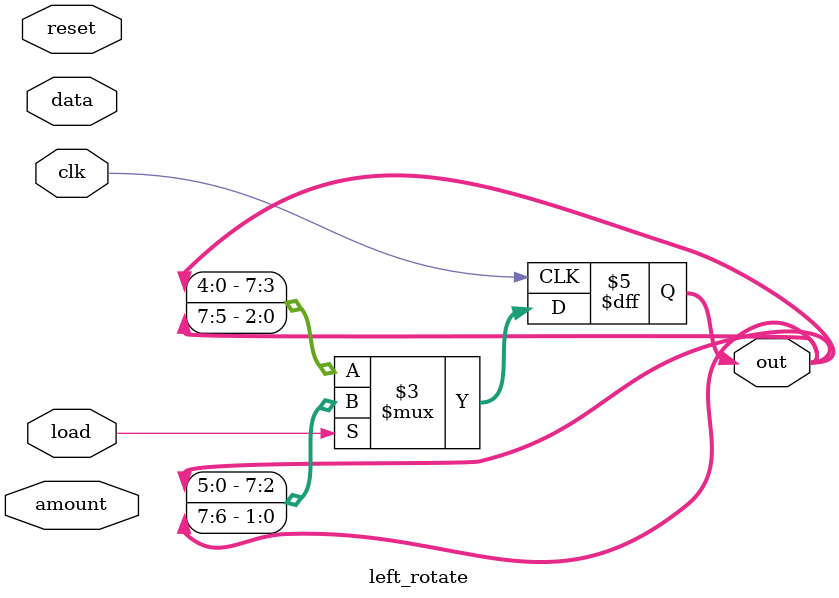
<source format=v>
module left_rotate(clk,reset,amount,data,load,out);
input clk,reset;
input [2:0] amount;
input [7:0] data;
input load;
output reg [7:0] out;
// when load is high, load data to out
// otherwise rotate the out register followed by left shift the out register by amount bits

always @(posedge clk)// on positive clock edge perform right shift
begin 
if(load)
	begin 
	out<={out[5:0],out[7:6]};
	end
else
	begin
	out<={out[4:0],out[7:5]};
	end
end	
endmodule

</source>
